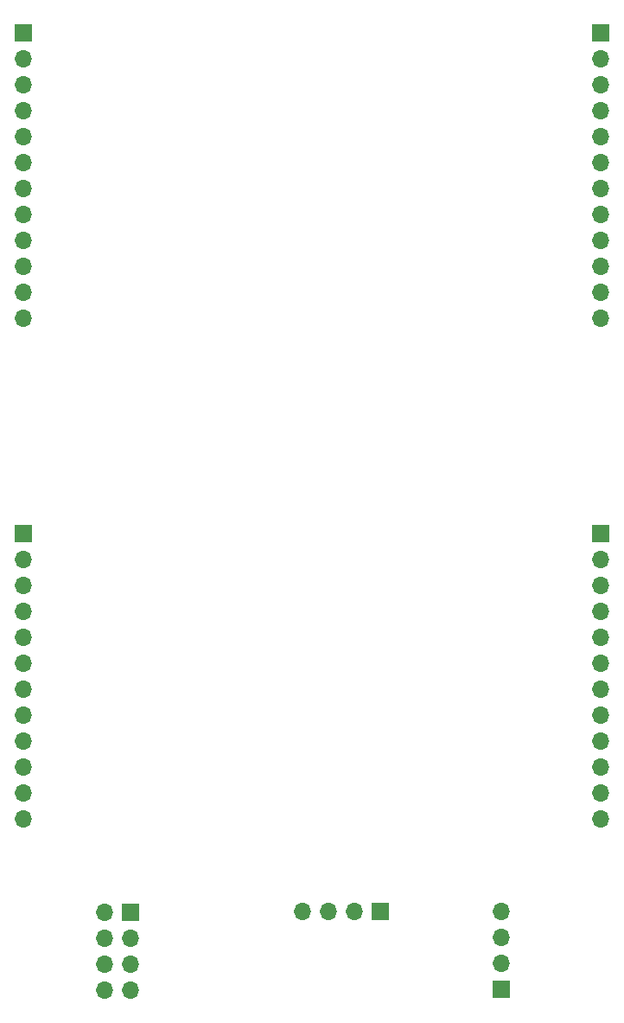
<source format=gbr>
%TF.GenerationSoftware,KiCad,Pcbnew,(6.0.11)*%
%TF.CreationDate,2023-03-03T10:10:14+00:00*%
%TF.ProjectId,Ampelope_Adapter,416d7065-6c6f-4706-955f-416461707465,rev?*%
%TF.SameCoordinates,Original*%
%TF.FileFunction,Soldermask,Bot*%
%TF.FilePolarity,Negative*%
%FSLAX46Y46*%
G04 Gerber Fmt 4.6, Leading zero omitted, Abs format (unit mm)*
G04 Created by KiCad (PCBNEW (6.0.11)) date 2023-03-03 10:10:14*
%MOMM*%
%LPD*%
G01*
G04 APERTURE LIST*
%ADD10R,1.700000X1.700000*%
%ADD11O,1.700000X1.700000*%
G04 APERTURE END LIST*
D10*
X136980000Y-138100000D03*
D11*
X134440000Y-138100000D03*
X131900000Y-138100000D03*
X129360000Y-138100000D03*
D10*
X158500000Y-101100000D03*
D11*
X158500000Y-103640000D03*
X158500000Y-106180000D03*
X158500000Y-108720000D03*
X158500000Y-111260000D03*
X158500000Y-113800000D03*
X158500000Y-116340000D03*
X158500000Y-118880000D03*
X158500000Y-121420000D03*
X158500000Y-123960000D03*
X158500000Y-126500000D03*
X158500000Y-129040000D03*
D10*
X148800000Y-145680000D03*
D11*
X148800000Y-143140000D03*
X148800000Y-140600000D03*
X148800000Y-138060000D03*
D10*
X112440000Y-138160000D03*
D11*
X109900000Y-138160000D03*
X112440000Y-140700000D03*
X109900000Y-140700000D03*
X112440000Y-143240000D03*
X109900000Y-143240000D03*
X112440000Y-145780000D03*
X109900000Y-145780000D03*
D10*
X102000000Y-101100000D03*
D11*
X102000000Y-103640000D03*
X102000000Y-106180000D03*
X102000000Y-108720000D03*
X102000000Y-111260000D03*
X102000000Y-113800000D03*
X102000000Y-116340000D03*
X102000000Y-118880000D03*
X102000000Y-121420000D03*
X102000000Y-123960000D03*
X102000000Y-126500000D03*
X102000000Y-129040000D03*
D10*
X158500000Y-52100000D03*
D11*
X158500000Y-54640000D03*
X158500000Y-57180000D03*
X158500000Y-59720000D03*
X158500000Y-62260000D03*
X158500000Y-64800000D03*
X158500000Y-67340000D03*
X158500000Y-69880000D03*
X158500000Y-72420000D03*
X158500000Y-74960000D03*
X158500000Y-77500000D03*
X158500000Y-80040000D03*
D10*
X102000000Y-52100000D03*
D11*
X102000000Y-54640000D03*
X102000000Y-57180000D03*
X102000000Y-59720000D03*
X102000000Y-62260000D03*
X102000000Y-64800000D03*
X102000000Y-67340000D03*
X102000000Y-69880000D03*
X102000000Y-72420000D03*
X102000000Y-74960000D03*
X102000000Y-77500000D03*
X102000000Y-80040000D03*
M02*

</source>
